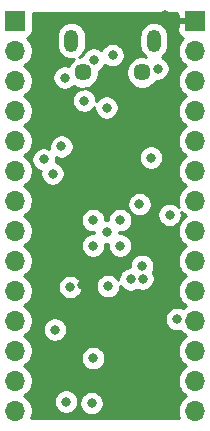
<source format=gbr>
%TF.GenerationSoftware,KiCad,Pcbnew,(5.1.8-0-10_14)*%
%TF.CreationDate,2021-01-29T20:55:06-06:00*%
%TF.ProjectId,serafino l432kc,73657261-6669-46e6-9f20-6c3433326b63,rev?*%
%TF.SameCoordinates,Original*%
%TF.FileFunction,Copper,L3,Inr*%
%TF.FilePolarity,Positive*%
%FSLAX46Y46*%
G04 Gerber Fmt 4.6, Leading zero omitted, Abs format (unit mm)*
G04 Created by KiCad (PCBNEW (5.1.8-0-10_14)) date 2021-01-29 20:55:06*
%MOMM*%
%LPD*%
G01*
G04 APERTURE LIST*
%TA.AperFunction,ComponentPad*%
%ADD10O,1.700000X1.700000*%
%TD*%
%TA.AperFunction,ComponentPad*%
%ADD11R,1.700000X1.700000*%
%TD*%
%TA.AperFunction,ComponentPad*%
%ADD12C,1.450000*%
%TD*%
%TA.AperFunction,ComponentPad*%
%ADD13O,1.200000X1.900000*%
%TD*%
%TA.AperFunction,ViaPad*%
%ADD14C,0.800000*%
%TD*%
%TA.AperFunction,Conductor*%
%ADD15C,0.254000*%
%TD*%
%TA.AperFunction,Conductor*%
%ADD16C,0.100000*%
%TD*%
G04 APERTURE END LIST*
D10*
%TO.N,PA0*%
%TO.C,J3*%
X203962000Y-125349000D03*
%TO.N,LED0*%
X203962000Y-122809000D03*
%TO.N,LED1*%
X203962000Y-120269000D03*
%TO.N,LED2*%
X203962000Y-117729000D03*
%TO.N,SAI1_FS_B*%
X203962000Y-115189000D03*
%TO.N,SPI1_SCK*%
X203962000Y-112649000D03*
%TO.N,SPI1_MISO*%
X203962000Y-110109000D03*
%TO.N,SPI1_MOSI*%
X203962000Y-107569000D03*
%TO.N,SPI1_SS*%
X203962000Y-105029000D03*
%TO.N,PB1*%
X203962000Y-102489000D03*
%TO.N,PA8*%
X203962000Y-99949000D03*
%TO.N,I2C1_SCL*%
X203962000Y-97409000D03*
%TO.N,I2C1_SDA*%
X203962000Y-94869000D03*
D11*
%TO.N,+3V3*%
X203962000Y-92329000D03*
%TD*%
%TO.N,GND*%
%TO.C,J2*%
X188722000Y-92329000D03*
D10*
%TO.N,EN*%
X188722000Y-94869000D03*
%TO.N,VHIGH*%
X188722000Y-97409000D03*
%TO.N,+VIN*%
X188722000Y-99949000D03*
%TO.N,SWDIO*%
X188722000Y-102489000D03*
%TO.N,SWCLK*%
X188722000Y-105029000D03*
%TO.N,PA15*%
X188722000Y-107569000D03*
%TO.N,SAI1_SCK_B*%
X188722000Y-110109000D03*
%TO.N,PB4*%
X188722000Y-112649000D03*
%TO.N,SAI1_SD_B*%
X188722000Y-115189000D03*
%TO.N,USART1_TX*%
X188722000Y-117729000D03*
%TO.N,USART1_RX*%
X188722000Y-120269000D03*
%TO.N,BOOT0*%
X188722000Y-122809000D03*
%TO.N,NRST*%
X188722000Y-125349000D03*
%TD*%
D12*
%TO.N,Net-(J1-Pad6)*%
%TO.C,J1*%
X199477000Y-96712500D03*
X194477000Y-96712500D03*
D13*
X200477000Y-94012500D03*
X193477000Y-94012500D03*
%TD*%
D14*
%TO.N,GND*%
X196469000Y-110236000D03*
X195326000Y-111379000D03*
X197612000Y-111379000D03*
X197612000Y-109220000D03*
X195326000Y-109220000D03*
X196476500Y-99695000D03*
X195389500Y-95631000D03*
X194578577Y-99104007D03*
X191135000Y-104076500D03*
X199245903Y-107860403D03*
X193392918Y-114877116D03*
X192087500Y-118491000D03*
X202438000Y-117602000D03*
X193040000Y-124587000D03*
%TO.N,NRST*%
X196574153Y-114804847D03*
X195199000Y-124714000D03*
%TO.N,+3V3*%
X197104000Y-103148998D03*
X196405500Y-101346000D03*
X200410814Y-106430814D03*
X194373500Y-114681000D03*
X201422000Y-91821000D03*
X202057000Y-116332000D03*
%TO.N,LED0*%
X199517000Y-114173000D03*
%TO.N,Net-(D2-Pad1)*%
X192913000Y-97155000D03*
X192651768Y-102973464D03*
%TO.N,Net-(J1-Pad6)*%
X200787000Y-96393000D03*
X196977000Y-95250000D03*
%TO.N,PA0*%
X198498124Y-114224510D03*
X195325999Y-120904000D03*
%TO.N,I2C1_SDA*%
X200227303Y-103927303D03*
%TO.N,LED1*%
X199458153Y-113088847D03*
%TO.N,EN*%
X191897000Y-105283000D03*
%TO.N,PB1*%
X201803000Y-108775500D03*
%TD*%
D15*
%TO.N,+3V3*%
X202477000Y-92043250D02*
X202635750Y-92202000D01*
X203835000Y-92202000D01*
X203835000Y-92182000D01*
X204089000Y-92182000D01*
X204089000Y-92202000D01*
X204109000Y-92202000D01*
X204109000Y-92456000D01*
X204089000Y-92456000D01*
X204089000Y-92476000D01*
X203835000Y-92476000D01*
X203835000Y-92456000D01*
X202635750Y-92456000D01*
X202477000Y-92614750D01*
X202473928Y-93179000D01*
X202486188Y-93303482D01*
X202522498Y-93423180D01*
X202581463Y-93533494D01*
X202660815Y-93630185D01*
X202757506Y-93709537D01*
X202867820Y-93768502D01*
X202940380Y-93790513D01*
X202808525Y-93922368D01*
X202646010Y-94165589D01*
X202534068Y-94435842D01*
X202477000Y-94722740D01*
X202477000Y-95015260D01*
X202534068Y-95302158D01*
X202646010Y-95572411D01*
X202808525Y-95815632D01*
X203015368Y-96022475D01*
X203189760Y-96139000D01*
X203015368Y-96255525D01*
X202808525Y-96462368D01*
X202646010Y-96705589D01*
X202534068Y-96975842D01*
X202477000Y-97262740D01*
X202477000Y-97555260D01*
X202534068Y-97842158D01*
X202646010Y-98112411D01*
X202808525Y-98355632D01*
X203015368Y-98562475D01*
X203189760Y-98679000D01*
X203015368Y-98795525D01*
X202808525Y-99002368D01*
X202646010Y-99245589D01*
X202534068Y-99515842D01*
X202477000Y-99802740D01*
X202477000Y-100095260D01*
X202534068Y-100382158D01*
X202646010Y-100652411D01*
X202808525Y-100895632D01*
X203015368Y-101102475D01*
X203189760Y-101219000D01*
X203015368Y-101335525D01*
X202808525Y-101542368D01*
X202646010Y-101785589D01*
X202534068Y-102055842D01*
X202477000Y-102342740D01*
X202477000Y-102635260D01*
X202534068Y-102922158D01*
X202646010Y-103192411D01*
X202808525Y-103435632D01*
X203015368Y-103642475D01*
X203189760Y-103759000D01*
X203015368Y-103875525D01*
X202808525Y-104082368D01*
X202646010Y-104325589D01*
X202534068Y-104595842D01*
X202477000Y-104882740D01*
X202477000Y-105175260D01*
X202534068Y-105462158D01*
X202646010Y-105732411D01*
X202808525Y-105975632D01*
X203015368Y-106182475D01*
X203189760Y-106299000D01*
X203015368Y-106415525D01*
X202808525Y-106622368D01*
X202646010Y-106865589D01*
X202534068Y-107135842D01*
X202477000Y-107422740D01*
X202477000Y-107715260D01*
X202534068Y-108002158D01*
X202562846Y-108071635D01*
X202462774Y-107971563D01*
X202293256Y-107858295D01*
X202104898Y-107780274D01*
X201904939Y-107740500D01*
X201701061Y-107740500D01*
X201501102Y-107780274D01*
X201312744Y-107858295D01*
X201143226Y-107971563D01*
X200999063Y-108115726D01*
X200885795Y-108285244D01*
X200807774Y-108473602D01*
X200768000Y-108673561D01*
X200768000Y-108877439D01*
X200807774Y-109077398D01*
X200885795Y-109265756D01*
X200999063Y-109435274D01*
X201143226Y-109579437D01*
X201312744Y-109692705D01*
X201501102Y-109770726D01*
X201701061Y-109810500D01*
X201904939Y-109810500D01*
X202104898Y-109770726D01*
X202293256Y-109692705D01*
X202462774Y-109579437D01*
X202606937Y-109435274D01*
X202720205Y-109265756D01*
X202798226Y-109077398D01*
X202838000Y-108877439D01*
X202838000Y-108673561D01*
X202805764Y-108511500D01*
X202808525Y-108515632D01*
X203015368Y-108722475D01*
X203189760Y-108839000D01*
X203015368Y-108955525D01*
X202808525Y-109162368D01*
X202646010Y-109405589D01*
X202534068Y-109675842D01*
X202477000Y-109962740D01*
X202477000Y-110255260D01*
X202534068Y-110542158D01*
X202646010Y-110812411D01*
X202808525Y-111055632D01*
X203015368Y-111262475D01*
X203189760Y-111379000D01*
X203015368Y-111495525D01*
X202808525Y-111702368D01*
X202646010Y-111945589D01*
X202534068Y-112215842D01*
X202477000Y-112502740D01*
X202477000Y-112795260D01*
X202534068Y-113082158D01*
X202646010Y-113352411D01*
X202808525Y-113595632D01*
X203015368Y-113802475D01*
X203189760Y-113919000D01*
X203015368Y-114035525D01*
X202808525Y-114242368D01*
X202646010Y-114485589D01*
X202534068Y-114755842D01*
X202477000Y-115042740D01*
X202477000Y-115335260D01*
X202534068Y-115622158D01*
X202646010Y-115892411D01*
X202808525Y-116135632D01*
X203015368Y-116342475D01*
X203189760Y-116459000D01*
X203015368Y-116575525D01*
X202912588Y-116678305D01*
X202739898Y-116606774D01*
X202539939Y-116567000D01*
X202336061Y-116567000D01*
X202136102Y-116606774D01*
X201947744Y-116684795D01*
X201778226Y-116798063D01*
X201634063Y-116942226D01*
X201520795Y-117111744D01*
X201442774Y-117300102D01*
X201403000Y-117500061D01*
X201403000Y-117703939D01*
X201442774Y-117903898D01*
X201520795Y-118092256D01*
X201634063Y-118261774D01*
X201778226Y-118405937D01*
X201947744Y-118519205D01*
X202136102Y-118597226D01*
X202336061Y-118637000D01*
X202539939Y-118637000D01*
X202739898Y-118597226D01*
X202752616Y-118591958D01*
X202808525Y-118675632D01*
X203015368Y-118882475D01*
X203189760Y-118999000D01*
X203015368Y-119115525D01*
X202808525Y-119322368D01*
X202646010Y-119565589D01*
X202534068Y-119835842D01*
X202477000Y-120122740D01*
X202477000Y-120415260D01*
X202534068Y-120702158D01*
X202646010Y-120972411D01*
X202808525Y-121215632D01*
X203015368Y-121422475D01*
X203189760Y-121539000D01*
X203015368Y-121655525D01*
X202808525Y-121862368D01*
X202646010Y-122105589D01*
X202534068Y-122375842D01*
X202477000Y-122662740D01*
X202477000Y-122955260D01*
X202534068Y-123242158D01*
X202646010Y-123512411D01*
X202808525Y-123755632D01*
X203015368Y-123962475D01*
X203189760Y-124079000D01*
X203015368Y-124195525D01*
X202808525Y-124402368D01*
X202646010Y-124645589D01*
X202534068Y-124915842D01*
X202477000Y-125202740D01*
X202477000Y-125495260D01*
X202534068Y-125782158D01*
X202607318Y-125959000D01*
X190076682Y-125959000D01*
X190149932Y-125782158D01*
X190207000Y-125495260D01*
X190207000Y-125202740D01*
X190149932Y-124915842D01*
X190037990Y-124645589D01*
X189930729Y-124485061D01*
X192005000Y-124485061D01*
X192005000Y-124688939D01*
X192044774Y-124888898D01*
X192122795Y-125077256D01*
X192236063Y-125246774D01*
X192380226Y-125390937D01*
X192549744Y-125504205D01*
X192738102Y-125582226D01*
X192938061Y-125622000D01*
X193141939Y-125622000D01*
X193341898Y-125582226D01*
X193530256Y-125504205D01*
X193699774Y-125390937D01*
X193843937Y-125246774D01*
X193957205Y-125077256D01*
X194035226Y-124888898D01*
X194075000Y-124688939D01*
X194075000Y-124612061D01*
X194164000Y-124612061D01*
X194164000Y-124815939D01*
X194203774Y-125015898D01*
X194281795Y-125204256D01*
X194395063Y-125373774D01*
X194539226Y-125517937D01*
X194708744Y-125631205D01*
X194897102Y-125709226D01*
X195097061Y-125749000D01*
X195300939Y-125749000D01*
X195500898Y-125709226D01*
X195689256Y-125631205D01*
X195858774Y-125517937D01*
X196002937Y-125373774D01*
X196116205Y-125204256D01*
X196194226Y-125015898D01*
X196234000Y-124815939D01*
X196234000Y-124612061D01*
X196194226Y-124412102D01*
X196116205Y-124223744D01*
X196002937Y-124054226D01*
X195858774Y-123910063D01*
X195689256Y-123796795D01*
X195500898Y-123718774D01*
X195300939Y-123679000D01*
X195097061Y-123679000D01*
X194897102Y-123718774D01*
X194708744Y-123796795D01*
X194539226Y-123910063D01*
X194395063Y-124054226D01*
X194281795Y-124223744D01*
X194203774Y-124412102D01*
X194164000Y-124612061D01*
X194075000Y-124612061D01*
X194075000Y-124485061D01*
X194035226Y-124285102D01*
X193957205Y-124096744D01*
X193843937Y-123927226D01*
X193699774Y-123783063D01*
X193530256Y-123669795D01*
X193341898Y-123591774D01*
X193141939Y-123552000D01*
X192938061Y-123552000D01*
X192738102Y-123591774D01*
X192549744Y-123669795D01*
X192380226Y-123783063D01*
X192236063Y-123927226D01*
X192122795Y-124096744D01*
X192044774Y-124285102D01*
X192005000Y-124485061D01*
X189930729Y-124485061D01*
X189875475Y-124402368D01*
X189668632Y-124195525D01*
X189494240Y-124079000D01*
X189668632Y-123962475D01*
X189875475Y-123755632D01*
X190037990Y-123512411D01*
X190149932Y-123242158D01*
X190207000Y-122955260D01*
X190207000Y-122662740D01*
X190149932Y-122375842D01*
X190037990Y-122105589D01*
X189875475Y-121862368D01*
X189668632Y-121655525D01*
X189494240Y-121539000D01*
X189668632Y-121422475D01*
X189875475Y-121215632D01*
X190037990Y-120972411D01*
X190108550Y-120802061D01*
X194290999Y-120802061D01*
X194290999Y-121005939D01*
X194330773Y-121205898D01*
X194408794Y-121394256D01*
X194522062Y-121563774D01*
X194666225Y-121707937D01*
X194835743Y-121821205D01*
X195024101Y-121899226D01*
X195224060Y-121939000D01*
X195427938Y-121939000D01*
X195627897Y-121899226D01*
X195816255Y-121821205D01*
X195985773Y-121707937D01*
X196129936Y-121563774D01*
X196243204Y-121394256D01*
X196321225Y-121205898D01*
X196360999Y-121005939D01*
X196360999Y-120802061D01*
X196321225Y-120602102D01*
X196243204Y-120413744D01*
X196129936Y-120244226D01*
X195985773Y-120100063D01*
X195816255Y-119986795D01*
X195627897Y-119908774D01*
X195427938Y-119869000D01*
X195224060Y-119869000D01*
X195024101Y-119908774D01*
X194835743Y-119986795D01*
X194666225Y-120100063D01*
X194522062Y-120244226D01*
X194408794Y-120413744D01*
X194330773Y-120602102D01*
X194290999Y-120802061D01*
X190108550Y-120802061D01*
X190149932Y-120702158D01*
X190207000Y-120415260D01*
X190207000Y-120122740D01*
X190149932Y-119835842D01*
X190037990Y-119565589D01*
X189875475Y-119322368D01*
X189668632Y-119115525D01*
X189494240Y-118999000D01*
X189668632Y-118882475D01*
X189875475Y-118675632D01*
X190037990Y-118432411D01*
X190055946Y-118389061D01*
X191052500Y-118389061D01*
X191052500Y-118592939D01*
X191092274Y-118792898D01*
X191170295Y-118981256D01*
X191283563Y-119150774D01*
X191427726Y-119294937D01*
X191597244Y-119408205D01*
X191785602Y-119486226D01*
X191985561Y-119526000D01*
X192189439Y-119526000D01*
X192389398Y-119486226D01*
X192577756Y-119408205D01*
X192747274Y-119294937D01*
X192891437Y-119150774D01*
X193004705Y-118981256D01*
X193082726Y-118792898D01*
X193122500Y-118592939D01*
X193122500Y-118389061D01*
X193082726Y-118189102D01*
X193004705Y-118000744D01*
X192891437Y-117831226D01*
X192747274Y-117687063D01*
X192577756Y-117573795D01*
X192389398Y-117495774D01*
X192189439Y-117456000D01*
X191985561Y-117456000D01*
X191785602Y-117495774D01*
X191597244Y-117573795D01*
X191427726Y-117687063D01*
X191283563Y-117831226D01*
X191170295Y-118000744D01*
X191092274Y-118189102D01*
X191052500Y-118389061D01*
X190055946Y-118389061D01*
X190149932Y-118162158D01*
X190207000Y-117875260D01*
X190207000Y-117582740D01*
X190149932Y-117295842D01*
X190037990Y-117025589D01*
X189875475Y-116782368D01*
X189668632Y-116575525D01*
X189494240Y-116459000D01*
X189668632Y-116342475D01*
X189875475Y-116135632D01*
X190037990Y-115892411D01*
X190149932Y-115622158D01*
X190207000Y-115335260D01*
X190207000Y-115042740D01*
X190153779Y-114775177D01*
X192357918Y-114775177D01*
X192357918Y-114979055D01*
X192397692Y-115179014D01*
X192475713Y-115367372D01*
X192588981Y-115536890D01*
X192733144Y-115681053D01*
X192902662Y-115794321D01*
X193091020Y-115872342D01*
X193290979Y-115912116D01*
X193494857Y-115912116D01*
X193694816Y-115872342D01*
X193883174Y-115794321D01*
X194052692Y-115681053D01*
X194196855Y-115536890D01*
X194310123Y-115367372D01*
X194388144Y-115179014D01*
X194427918Y-114979055D01*
X194427918Y-114775177D01*
X194413543Y-114702908D01*
X195539153Y-114702908D01*
X195539153Y-114906786D01*
X195578927Y-115106745D01*
X195656948Y-115295103D01*
X195770216Y-115464621D01*
X195914379Y-115608784D01*
X196083897Y-115722052D01*
X196272255Y-115800073D01*
X196472214Y-115839847D01*
X196676092Y-115839847D01*
X196876051Y-115800073D01*
X197064409Y-115722052D01*
X197233927Y-115608784D01*
X197378090Y-115464621D01*
X197491358Y-115295103D01*
X197569379Y-115106745D01*
X197609153Y-114906786D01*
X197609153Y-114757021D01*
X197694187Y-114884284D01*
X197838350Y-115028447D01*
X198007868Y-115141715D01*
X198196226Y-115219736D01*
X198396185Y-115259510D01*
X198600063Y-115259510D01*
X198800022Y-115219736D01*
X198988380Y-115141715D01*
X199050650Y-115100107D01*
X199215102Y-115168226D01*
X199415061Y-115208000D01*
X199618939Y-115208000D01*
X199818898Y-115168226D01*
X200007256Y-115090205D01*
X200176774Y-114976937D01*
X200320937Y-114832774D01*
X200434205Y-114663256D01*
X200512226Y-114474898D01*
X200552000Y-114274939D01*
X200552000Y-114071061D01*
X200512226Y-113871102D01*
X200434205Y-113682744D01*
X200370156Y-113586888D01*
X200375358Y-113579103D01*
X200453379Y-113390745D01*
X200493153Y-113190786D01*
X200493153Y-112986908D01*
X200453379Y-112786949D01*
X200375358Y-112598591D01*
X200262090Y-112429073D01*
X200117927Y-112284910D01*
X199948409Y-112171642D01*
X199760051Y-112093621D01*
X199560092Y-112053847D01*
X199356214Y-112053847D01*
X199156255Y-112093621D01*
X198967897Y-112171642D01*
X198798379Y-112284910D01*
X198654216Y-112429073D01*
X198540948Y-112598591D01*
X198462927Y-112786949D01*
X198423153Y-112986908D01*
X198423153Y-113189510D01*
X198396185Y-113189510D01*
X198196226Y-113229284D01*
X198007868Y-113307305D01*
X197838350Y-113420573D01*
X197694187Y-113564736D01*
X197580919Y-113734254D01*
X197502898Y-113922612D01*
X197463124Y-114122571D01*
X197463124Y-114272336D01*
X197378090Y-114145073D01*
X197233927Y-114000910D01*
X197064409Y-113887642D01*
X196876051Y-113809621D01*
X196676092Y-113769847D01*
X196472214Y-113769847D01*
X196272255Y-113809621D01*
X196083897Y-113887642D01*
X195914379Y-114000910D01*
X195770216Y-114145073D01*
X195656948Y-114314591D01*
X195578927Y-114502949D01*
X195539153Y-114702908D01*
X194413543Y-114702908D01*
X194388144Y-114575218D01*
X194310123Y-114386860D01*
X194196855Y-114217342D01*
X194052692Y-114073179D01*
X193883174Y-113959911D01*
X193694816Y-113881890D01*
X193494857Y-113842116D01*
X193290979Y-113842116D01*
X193091020Y-113881890D01*
X192902662Y-113959911D01*
X192733144Y-114073179D01*
X192588981Y-114217342D01*
X192475713Y-114386860D01*
X192397692Y-114575218D01*
X192357918Y-114775177D01*
X190153779Y-114775177D01*
X190149932Y-114755842D01*
X190037990Y-114485589D01*
X189875475Y-114242368D01*
X189668632Y-114035525D01*
X189494240Y-113919000D01*
X189668632Y-113802475D01*
X189875475Y-113595632D01*
X190037990Y-113352411D01*
X190149932Y-113082158D01*
X190207000Y-112795260D01*
X190207000Y-112502740D01*
X190149932Y-112215842D01*
X190037990Y-111945589D01*
X189875475Y-111702368D01*
X189668632Y-111495525D01*
X189494240Y-111379000D01*
X189668632Y-111262475D01*
X189875475Y-111055632D01*
X190037990Y-110812411D01*
X190149932Y-110542158D01*
X190207000Y-110255260D01*
X190207000Y-109962740D01*
X190149932Y-109675842D01*
X190037990Y-109405589D01*
X189875475Y-109162368D01*
X189831168Y-109118061D01*
X194291000Y-109118061D01*
X194291000Y-109321939D01*
X194330774Y-109521898D01*
X194408795Y-109710256D01*
X194522063Y-109879774D01*
X194666226Y-110023937D01*
X194835744Y-110137205D01*
X195024102Y-110215226D01*
X195224061Y-110255000D01*
X195427939Y-110255000D01*
X195434000Y-110253794D01*
X195434000Y-110337939D01*
X195435505Y-110345505D01*
X195427939Y-110344000D01*
X195224061Y-110344000D01*
X195024102Y-110383774D01*
X194835744Y-110461795D01*
X194666226Y-110575063D01*
X194522063Y-110719226D01*
X194408795Y-110888744D01*
X194330774Y-111077102D01*
X194291000Y-111277061D01*
X194291000Y-111480939D01*
X194330774Y-111680898D01*
X194408795Y-111869256D01*
X194522063Y-112038774D01*
X194666226Y-112182937D01*
X194835744Y-112296205D01*
X195024102Y-112374226D01*
X195224061Y-112414000D01*
X195427939Y-112414000D01*
X195627898Y-112374226D01*
X195816256Y-112296205D01*
X195985774Y-112182937D01*
X196129937Y-112038774D01*
X196243205Y-111869256D01*
X196321226Y-111680898D01*
X196361000Y-111480939D01*
X196361000Y-111277061D01*
X196359495Y-111269495D01*
X196367061Y-111271000D01*
X196570939Y-111271000D01*
X196578505Y-111269495D01*
X196577000Y-111277061D01*
X196577000Y-111480939D01*
X196616774Y-111680898D01*
X196694795Y-111869256D01*
X196808063Y-112038774D01*
X196952226Y-112182937D01*
X197121744Y-112296205D01*
X197310102Y-112374226D01*
X197510061Y-112414000D01*
X197713939Y-112414000D01*
X197913898Y-112374226D01*
X198102256Y-112296205D01*
X198271774Y-112182937D01*
X198415937Y-112038774D01*
X198529205Y-111869256D01*
X198607226Y-111680898D01*
X198647000Y-111480939D01*
X198647000Y-111277061D01*
X198607226Y-111077102D01*
X198529205Y-110888744D01*
X198415937Y-110719226D01*
X198271774Y-110575063D01*
X198102256Y-110461795D01*
X197913898Y-110383774D01*
X197713939Y-110344000D01*
X197510061Y-110344000D01*
X197502495Y-110345505D01*
X197504000Y-110337939D01*
X197504000Y-110253794D01*
X197510061Y-110255000D01*
X197713939Y-110255000D01*
X197913898Y-110215226D01*
X198102256Y-110137205D01*
X198271774Y-110023937D01*
X198415937Y-109879774D01*
X198529205Y-109710256D01*
X198607226Y-109521898D01*
X198647000Y-109321939D01*
X198647000Y-109118061D01*
X198607226Y-108918102D01*
X198529205Y-108729744D01*
X198415937Y-108560226D01*
X198271774Y-108416063D01*
X198102256Y-108302795D01*
X197913898Y-108224774D01*
X197713939Y-108185000D01*
X197510061Y-108185000D01*
X197310102Y-108224774D01*
X197121744Y-108302795D01*
X196952226Y-108416063D01*
X196808063Y-108560226D01*
X196694795Y-108729744D01*
X196616774Y-108918102D01*
X196577000Y-109118061D01*
X196577000Y-109202206D01*
X196570939Y-109201000D01*
X196367061Y-109201000D01*
X196361000Y-109202206D01*
X196361000Y-109118061D01*
X196321226Y-108918102D01*
X196243205Y-108729744D01*
X196129937Y-108560226D01*
X195985774Y-108416063D01*
X195816256Y-108302795D01*
X195627898Y-108224774D01*
X195427939Y-108185000D01*
X195224061Y-108185000D01*
X195024102Y-108224774D01*
X194835744Y-108302795D01*
X194666226Y-108416063D01*
X194522063Y-108560226D01*
X194408795Y-108729744D01*
X194330774Y-108918102D01*
X194291000Y-109118061D01*
X189831168Y-109118061D01*
X189668632Y-108955525D01*
X189494240Y-108839000D01*
X189668632Y-108722475D01*
X189875475Y-108515632D01*
X190037990Y-108272411D01*
X190149932Y-108002158D01*
X190198406Y-107758464D01*
X198210903Y-107758464D01*
X198210903Y-107962342D01*
X198250677Y-108162301D01*
X198328698Y-108350659D01*
X198441966Y-108520177D01*
X198586129Y-108664340D01*
X198755647Y-108777608D01*
X198944005Y-108855629D01*
X199143964Y-108895403D01*
X199347842Y-108895403D01*
X199547801Y-108855629D01*
X199736159Y-108777608D01*
X199905677Y-108664340D01*
X200049840Y-108520177D01*
X200163108Y-108350659D01*
X200241129Y-108162301D01*
X200280903Y-107962342D01*
X200280903Y-107758464D01*
X200241129Y-107558505D01*
X200163108Y-107370147D01*
X200049840Y-107200629D01*
X199905677Y-107056466D01*
X199736159Y-106943198D01*
X199547801Y-106865177D01*
X199347842Y-106825403D01*
X199143964Y-106825403D01*
X198944005Y-106865177D01*
X198755647Y-106943198D01*
X198586129Y-107056466D01*
X198441966Y-107200629D01*
X198328698Y-107370147D01*
X198250677Y-107558505D01*
X198210903Y-107758464D01*
X190198406Y-107758464D01*
X190207000Y-107715260D01*
X190207000Y-107422740D01*
X190149932Y-107135842D01*
X190037990Y-106865589D01*
X189875475Y-106622368D01*
X189668632Y-106415525D01*
X189494240Y-106299000D01*
X189668632Y-106182475D01*
X189875475Y-105975632D01*
X190037990Y-105732411D01*
X190149932Y-105462158D01*
X190207000Y-105175260D01*
X190207000Y-104882740D01*
X190149932Y-104595842D01*
X190037990Y-104325589D01*
X189875475Y-104082368D01*
X189767668Y-103974561D01*
X190100000Y-103974561D01*
X190100000Y-104178439D01*
X190139774Y-104378398D01*
X190217795Y-104566756D01*
X190331063Y-104736274D01*
X190475226Y-104880437D01*
X190644744Y-104993705D01*
X190833102Y-105071726D01*
X190881820Y-105081417D01*
X190862000Y-105181061D01*
X190862000Y-105384939D01*
X190901774Y-105584898D01*
X190979795Y-105773256D01*
X191093063Y-105942774D01*
X191237226Y-106086937D01*
X191406744Y-106200205D01*
X191595102Y-106278226D01*
X191795061Y-106318000D01*
X191998939Y-106318000D01*
X192198898Y-106278226D01*
X192387256Y-106200205D01*
X192556774Y-106086937D01*
X192700937Y-105942774D01*
X192814205Y-105773256D01*
X192892226Y-105584898D01*
X192932000Y-105384939D01*
X192932000Y-105181061D01*
X192892226Y-104981102D01*
X192814205Y-104792744D01*
X192700937Y-104623226D01*
X192556774Y-104479063D01*
X192387256Y-104365795D01*
X192198898Y-104287774D01*
X192150180Y-104278083D01*
X192170000Y-104178439D01*
X192170000Y-103974561D01*
X192152056Y-103884351D01*
X192161512Y-103890669D01*
X192349870Y-103968690D01*
X192549829Y-104008464D01*
X192753707Y-104008464D01*
X192953666Y-103968690D01*
X193142024Y-103890669D01*
X193239760Y-103825364D01*
X199192303Y-103825364D01*
X199192303Y-104029242D01*
X199232077Y-104229201D01*
X199310098Y-104417559D01*
X199423366Y-104587077D01*
X199567529Y-104731240D01*
X199737047Y-104844508D01*
X199925405Y-104922529D01*
X200125364Y-104962303D01*
X200329242Y-104962303D01*
X200529201Y-104922529D01*
X200717559Y-104844508D01*
X200887077Y-104731240D01*
X201031240Y-104587077D01*
X201144508Y-104417559D01*
X201222529Y-104229201D01*
X201262303Y-104029242D01*
X201262303Y-103825364D01*
X201222529Y-103625405D01*
X201144508Y-103437047D01*
X201031240Y-103267529D01*
X200887077Y-103123366D01*
X200717559Y-103010098D01*
X200529201Y-102932077D01*
X200329242Y-102892303D01*
X200125364Y-102892303D01*
X199925405Y-102932077D01*
X199737047Y-103010098D01*
X199567529Y-103123366D01*
X199423366Y-103267529D01*
X199310098Y-103437047D01*
X199232077Y-103625405D01*
X199192303Y-103825364D01*
X193239760Y-103825364D01*
X193311542Y-103777401D01*
X193455705Y-103633238D01*
X193568973Y-103463720D01*
X193646994Y-103275362D01*
X193686768Y-103075403D01*
X193686768Y-102871525D01*
X193646994Y-102671566D01*
X193568973Y-102483208D01*
X193455705Y-102313690D01*
X193311542Y-102169527D01*
X193142024Y-102056259D01*
X192953666Y-101978238D01*
X192753707Y-101938464D01*
X192549829Y-101938464D01*
X192349870Y-101978238D01*
X192161512Y-102056259D01*
X191991994Y-102169527D01*
X191847831Y-102313690D01*
X191734563Y-102483208D01*
X191656542Y-102671566D01*
X191616768Y-102871525D01*
X191616768Y-103075403D01*
X191634712Y-103165613D01*
X191625256Y-103159295D01*
X191436898Y-103081274D01*
X191236939Y-103041500D01*
X191033061Y-103041500D01*
X190833102Y-103081274D01*
X190644744Y-103159295D01*
X190475226Y-103272563D01*
X190331063Y-103416726D01*
X190217795Y-103586244D01*
X190139774Y-103774602D01*
X190100000Y-103974561D01*
X189767668Y-103974561D01*
X189668632Y-103875525D01*
X189494240Y-103759000D01*
X189668632Y-103642475D01*
X189875475Y-103435632D01*
X190037990Y-103192411D01*
X190149932Y-102922158D01*
X190207000Y-102635260D01*
X190207000Y-102342740D01*
X190149932Y-102055842D01*
X190037990Y-101785589D01*
X189875475Y-101542368D01*
X189668632Y-101335525D01*
X189494240Y-101219000D01*
X189668632Y-101102475D01*
X189875475Y-100895632D01*
X190037990Y-100652411D01*
X190149932Y-100382158D01*
X190207000Y-100095260D01*
X190207000Y-99802740D01*
X190149932Y-99515842D01*
X190037990Y-99245589D01*
X189875475Y-99002368D01*
X189668632Y-98795525D01*
X189494240Y-98679000D01*
X189668632Y-98562475D01*
X189875475Y-98355632D01*
X190037990Y-98112411D01*
X190149932Y-97842158D01*
X190207000Y-97555260D01*
X190207000Y-97262740D01*
X190165292Y-97053061D01*
X191878000Y-97053061D01*
X191878000Y-97256939D01*
X191917774Y-97456898D01*
X191995795Y-97645256D01*
X192109063Y-97814774D01*
X192253226Y-97958937D01*
X192422744Y-98072205D01*
X192611102Y-98150226D01*
X192811061Y-98190000D01*
X193014939Y-98190000D01*
X193214898Y-98150226D01*
X193403256Y-98072205D01*
X193572774Y-97958937D01*
X193701635Y-97830076D01*
X193832799Y-97917716D01*
X194080303Y-98020236D01*
X194343052Y-98072500D01*
X194459077Y-98072500D01*
X194276679Y-98108781D01*
X194088321Y-98186802D01*
X193918803Y-98300070D01*
X193774640Y-98444233D01*
X193661372Y-98613751D01*
X193583351Y-98802109D01*
X193543577Y-99002068D01*
X193543577Y-99205946D01*
X193583351Y-99405905D01*
X193661372Y-99594263D01*
X193774640Y-99763781D01*
X193918803Y-99907944D01*
X194088321Y-100021212D01*
X194276679Y-100099233D01*
X194476638Y-100139007D01*
X194680516Y-100139007D01*
X194880475Y-100099233D01*
X195068833Y-100021212D01*
X195238351Y-99907944D01*
X195382514Y-99763781D01*
X195441500Y-99675502D01*
X195441500Y-99796939D01*
X195481274Y-99996898D01*
X195559295Y-100185256D01*
X195672563Y-100354774D01*
X195816726Y-100498937D01*
X195986244Y-100612205D01*
X196174602Y-100690226D01*
X196374561Y-100730000D01*
X196578439Y-100730000D01*
X196778398Y-100690226D01*
X196966756Y-100612205D01*
X197136274Y-100498937D01*
X197280437Y-100354774D01*
X197393705Y-100185256D01*
X197471726Y-99996898D01*
X197511500Y-99796939D01*
X197511500Y-99593061D01*
X197471726Y-99393102D01*
X197393705Y-99204744D01*
X197280437Y-99035226D01*
X197136274Y-98891063D01*
X196966756Y-98777795D01*
X196778398Y-98699774D01*
X196578439Y-98660000D01*
X196374561Y-98660000D01*
X196174602Y-98699774D01*
X195986244Y-98777795D01*
X195816726Y-98891063D01*
X195672563Y-99035226D01*
X195613577Y-99123505D01*
X195613577Y-99002068D01*
X195573803Y-98802109D01*
X195495782Y-98613751D01*
X195382514Y-98444233D01*
X195238351Y-98300070D01*
X195068833Y-98186802D01*
X194880475Y-98108781D01*
X194680516Y-98069007D01*
X194628509Y-98069007D01*
X194873697Y-98020236D01*
X195121201Y-97917716D01*
X195343949Y-97768881D01*
X195533381Y-97579449D01*
X195682216Y-97356701D01*
X195784736Y-97109197D01*
X195837000Y-96846448D01*
X195837000Y-96578552D01*
X198117000Y-96578552D01*
X198117000Y-96846448D01*
X198169264Y-97109197D01*
X198271784Y-97356701D01*
X198420619Y-97579449D01*
X198610051Y-97768881D01*
X198832799Y-97917716D01*
X199080303Y-98020236D01*
X199343052Y-98072500D01*
X199610948Y-98072500D01*
X199873697Y-98020236D01*
X200121201Y-97917716D01*
X200343949Y-97768881D01*
X200533381Y-97579449D01*
X200640498Y-97419136D01*
X200685061Y-97428000D01*
X200888939Y-97428000D01*
X201088898Y-97388226D01*
X201277256Y-97310205D01*
X201446774Y-97196937D01*
X201590937Y-97052774D01*
X201704205Y-96883256D01*
X201782226Y-96694898D01*
X201822000Y-96494939D01*
X201822000Y-96291061D01*
X201782226Y-96091102D01*
X201704205Y-95902744D01*
X201590937Y-95733226D01*
X201446774Y-95589063D01*
X201277256Y-95475795D01*
X201128963Y-95414370D01*
X201166449Y-95394333D01*
X201354502Y-95240002D01*
X201508833Y-95051949D01*
X201623511Y-94837401D01*
X201694130Y-94604601D01*
X201712000Y-94423164D01*
X201712000Y-93601835D01*
X201694130Y-93420398D01*
X201623511Y-93187599D01*
X201508833Y-92973051D01*
X201354502Y-92784998D01*
X201166448Y-92630667D01*
X200951900Y-92515989D01*
X200719101Y-92445370D01*
X200477000Y-92421525D01*
X200234898Y-92445370D01*
X200002099Y-92515989D01*
X199787551Y-92630667D01*
X199599498Y-92784998D01*
X199445167Y-92973052D01*
X199330489Y-93187600D01*
X199259870Y-93420399D01*
X199242000Y-93601836D01*
X199242000Y-94423165D01*
X199259870Y-94604602D01*
X199330489Y-94837401D01*
X199445168Y-95051949D01*
X199599499Y-95240002D01*
X199776769Y-95385484D01*
X199610948Y-95352500D01*
X199343052Y-95352500D01*
X199080303Y-95404764D01*
X198832799Y-95507284D01*
X198610051Y-95656119D01*
X198420619Y-95845551D01*
X198271784Y-96068299D01*
X198169264Y-96315803D01*
X198117000Y-96578552D01*
X195837000Y-96578552D01*
X195834678Y-96566877D01*
X195879756Y-96548205D01*
X196049274Y-96434937D01*
X196193437Y-96290774D01*
X196306705Y-96121256D01*
X196330826Y-96063024D01*
X196486744Y-96167205D01*
X196675102Y-96245226D01*
X196875061Y-96285000D01*
X197078939Y-96285000D01*
X197278898Y-96245226D01*
X197467256Y-96167205D01*
X197636774Y-96053937D01*
X197780937Y-95909774D01*
X197894205Y-95740256D01*
X197972226Y-95551898D01*
X198012000Y-95351939D01*
X198012000Y-95148061D01*
X197972226Y-94948102D01*
X197894205Y-94759744D01*
X197780937Y-94590226D01*
X197636774Y-94446063D01*
X197467256Y-94332795D01*
X197278898Y-94254774D01*
X197078939Y-94215000D01*
X196875061Y-94215000D01*
X196675102Y-94254774D01*
X196486744Y-94332795D01*
X196317226Y-94446063D01*
X196173063Y-94590226D01*
X196059795Y-94759744D01*
X196035674Y-94817976D01*
X195879756Y-94713795D01*
X195691398Y-94635774D01*
X195491439Y-94596000D01*
X195287561Y-94596000D01*
X195087602Y-94635774D01*
X194899244Y-94713795D01*
X194729726Y-94827063D01*
X194585563Y-94971226D01*
X194472295Y-95140744D01*
X194394274Y-95329102D01*
X194389620Y-95352500D01*
X194343052Y-95352500D01*
X194177231Y-95385484D01*
X194354502Y-95240002D01*
X194508833Y-95051949D01*
X194623511Y-94837401D01*
X194694130Y-94604602D01*
X194712000Y-94423165D01*
X194712000Y-93601836D01*
X194694130Y-93420399D01*
X194623511Y-93187599D01*
X194508833Y-92973051D01*
X194354502Y-92784998D01*
X194166449Y-92630667D01*
X193951901Y-92515989D01*
X193719102Y-92445370D01*
X193477000Y-92421525D01*
X193234899Y-92445370D01*
X193002100Y-92515989D01*
X192787552Y-92630667D01*
X192599499Y-92784998D01*
X192445168Y-92973051D01*
X192330489Y-93187599D01*
X192259870Y-93420398D01*
X192242000Y-93601835D01*
X192242000Y-94423164D01*
X192259870Y-94604601D01*
X192330489Y-94837400D01*
X192445167Y-95051948D01*
X192599498Y-95240002D01*
X192787551Y-95394333D01*
X193002099Y-95509011D01*
X193234898Y-95579630D01*
X193477000Y-95603475D01*
X193719101Y-95579630D01*
X193729035Y-95576616D01*
X193610051Y-95656119D01*
X193420619Y-95845551D01*
X193271784Y-96068299D01*
X193231112Y-96166490D01*
X193214898Y-96159774D01*
X193014939Y-96120000D01*
X192811061Y-96120000D01*
X192611102Y-96159774D01*
X192422744Y-96237795D01*
X192253226Y-96351063D01*
X192109063Y-96495226D01*
X191995795Y-96664744D01*
X191917774Y-96853102D01*
X191878000Y-97053061D01*
X190165292Y-97053061D01*
X190149932Y-96975842D01*
X190037990Y-96705589D01*
X189875475Y-96462368D01*
X189668632Y-96255525D01*
X189494240Y-96139000D01*
X189668632Y-96022475D01*
X189875475Y-95815632D01*
X190037990Y-95572411D01*
X190149932Y-95302158D01*
X190207000Y-95015260D01*
X190207000Y-94722740D01*
X190149932Y-94435842D01*
X190037990Y-94165589D01*
X189875475Y-93922368D01*
X189743620Y-93790513D01*
X189816180Y-93768502D01*
X189926494Y-93709537D01*
X190023185Y-93630185D01*
X190102537Y-93533494D01*
X190161502Y-93423180D01*
X190197812Y-93303482D01*
X190210072Y-93179000D01*
X190210072Y-91719000D01*
X202475235Y-91719000D01*
X202477000Y-92043250D01*
%TA.AperFunction,Conductor*%
D16*
G36*
X202477000Y-92043250D02*
G01*
X202635750Y-92202000D01*
X203835000Y-92202000D01*
X203835000Y-92182000D01*
X204089000Y-92182000D01*
X204089000Y-92202000D01*
X204109000Y-92202000D01*
X204109000Y-92456000D01*
X204089000Y-92456000D01*
X204089000Y-92476000D01*
X203835000Y-92476000D01*
X203835000Y-92456000D01*
X202635750Y-92456000D01*
X202477000Y-92614750D01*
X202473928Y-93179000D01*
X202486188Y-93303482D01*
X202522498Y-93423180D01*
X202581463Y-93533494D01*
X202660815Y-93630185D01*
X202757506Y-93709537D01*
X202867820Y-93768502D01*
X202940380Y-93790513D01*
X202808525Y-93922368D01*
X202646010Y-94165589D01*
X202534068Y-94435842D01*
X202477000Y-94722740D01*
X202477000Y-95015260D01*
X202534068Y-95302158D01*
X202646010Y-95572411D01*
X202808525Y-95815632D01*
X203015368Y-96022475D01*
X203189760Y-96139000D01*
X203015368Y-96255525D01*
X202808525Y-96462368D01*
X202646010Y-96705589D01*
X202534068Y-96975842D01*
X202477000Y-97262740D01*
X202477000Y-97555260D01*
X202534068Y-97842158D01*
X202646010Y-98112411D01*
X202808525Y-98355632D01*
X203015368Y-98562475D01*
X203189760Y-98679000D01*
X203015368Y-98795525D01*
X202808525Y-99002368D01*
X202646010Y-99245589D01*
X202534068Y-99515842D01*
X202477000Y-99802740D01*
X202477000Y-100095260D01*
X202534068Y-100382158D01*
X202646010Y-100652411D01*
X202808525Y-100895632D01*
X203015368Y-101102475D01*
X203189760Y-101219000D01*
X203015368Y-101335525D01*
X202808525Y-101542368D01*
X202646010Y-101785589D01*
X202534068Y-102055842D01*
X202477000Y-102342740D01*
X202477000Y-102635260D01*
X202534068Y-102922158D01*
X202646010Y-103192411D01*
X202808525Y-103435632D01*
X203015368Y-103642475D01*
X203189760Y-103759000D01*
X203015368Y-103875525D01*
X202808525Y-104082368D01*
X202646010Y-104325589D01*
X202534068Y-104595842D01*
X202477000Y-104882740D01*
X202477000Y-105175260D01*
X202534068Y-105462158D01*
X202646010Y-105732411D01*
X202808525Y-105975632D01*
X203015368Y-106182475D01*
X203189760Y-106299000D01*
X203015368Y-106415525D01*
X202808525Y-106622368D01*
X202646010Y-106865589D01*
X202534068Y-107135842D01*
X202477000Y-107422740D01*
X202477000Y-107715260D01*
X202534068Y-108002158D01*
X202562846Y-108071635D01*
X202462774Y-107971563D01*
X202293256Y-107858295D01*
X202104898Y-107780274D01*
X201904939Y-107740500D01*
X201701061Y-107740500D01*
X201501102Y-107780274D01*
X201312744Y-107858295D01*
X201143226Y-107971563D01*
X200999063Y-108115726D01*
X200885795Y-108285244D01*
X200807774Y-108473602D01*
X200768000Y-108673561D01*
X200768000Y-108877439D01*
X200807774Y-109077398D01*
X200885795Y-109265756D01*
X200999063Y-109435274D01*
X201143226Y-109579437D01*
X201312744Y-109692705D01*
X201501102Y-109770726D01*
X201701061Y-109810500D01*
X201904939Y-109810500D01*
X202104898Y-109770726D01*
X202293256Y-109692705D01*
X202462774Y-109579437D01*
X202606937Y-109435274D01*
X202720205Y-109265756D01*
X202798226Y-109077398D01*
X202838000Y-108877439D01*
X202838000Y-108673561D01*
X202805764Y-108511500D01*
X202808525Y-108515632D01*
X203015368Y-108722475D01*
X203189760Y-108839000D01*
X203015368Y-108955525D01*
X202808525Y-109162368D01*
X202646010Y-109405589D01*
X202534068Y-109675842D01*
X202477000Y-109962740D01*
X202477000Y-110255260D01*
X202534068Y-110542158D01*
X202646010Y-110812411D01*
X202808525Y-111055632D01*
X203015368Y-111262475D01*
X203189760Y-111379000D01*
X203015368Y-111495525D01*
X202808525Y-111702368D01*
X202646010Y-111945589D01*
X202534068Y-112215842D01*
X202477000Y-112502740D01*
X202477000Y-112795260D01*
X202534068Y-113082158D01*
X202646010Y-113352411D01*
X202808525Y-113595632D01*
X203015368Y-113802475D01*
X203189760Y-113919000D01*
X203015368Y-114035525D01*
X202808525Y-114242368D01*
X202646010Y-114485589D01*
X202534068Y-114755842D01*
X202477000Y-115042740D01*
X202477000Y-115335260D01*
X202534068Y-115622158D01*
X202646010Y-115892411D01*
X202808525Y-116135632D01*
X203015368Y-116342475D01*
X203189760Y-116459000D01*
X203015368Y-116575525D01*
X202912588Y-116678305D01*
X202739898Y-116606774D01*
X202539939Y-116567000D01*
X202336061Y-116567000D01*
X202136102Y-116606774D01*
X201947744Y-116684795D01*
X201778226Y-116798063D01*
X201634063Y-116942226D01*
X201520795Y-117111744D01*
X201442774Y-117300102D01*
X201403000Y-117500061D01*
X201403000Y-117703939D01*
X201442774Y-117903898D01*
X201520795Y-118092256D01*
X201634063Y-118261774D01*
X201778226Y-118405937D01*
X201947744Y-118519205D01*
X202136102Y-118597226D01*
X202336061Y-118637000D01*
X202539939Y-118637000D01*
X202739898Y-118597226D01*
X202752616Y-118591958D01*
X202808525Y-118675632D01*
X203015368Y-118882475D01*
X203189760Y-118999000D01*
X203015368Y-119115525D01*
X202808525Y-119322368D01*
X202646010Y-119565589D01*
X202534068Y-119835842D01*
X202477000Y-120122740D01*
X202477000Y-120415260D01*
X202534068Y-120702158D01*
X202646010Y-120972411D01*
X202808525Y-121215632D01*
X203015368Y-121422475D01*
X203189760Y-121539000D01*
X203015368Y-121655525D01*
X202808525Y-121862368D01*
X202646010Y-122105589D01*
X202534068Y-122375842D01*
X202477000Y-122662740D01*
X202477000Y-122955260D01*
X202534068Y-123242158D01*
X202646010Y-123512411D01*
X202808525Y-123755632D01*
X203015368Y-123962475D01*
X203189760Y-124079000D01*
X203015368Y-124195525D01*
X202808525Y-124402368D01*
X202646010Y-124645589D01*
X202534068Y-124915842D01*
X202477000Y-125202740D01*
X202477000Y-125495260D01*
X202534068Y-125782158D01*
X202607318Y-125959000D01*
X190076682Y-125959000D01*
X190149932Y-125782158D01*
X190207000Y-125495260D01*
X190207000Y-125202740D01*
X190149932Y-124915842D01*
X190037990Y-124645589D01*
X189930729Y-124485061D01*
X192005000Y-124485061D01*
X192005000Y-124688939D01*
X192044774Y-124888898D01*
X192122795Y-125077256D01*
X192236063Y-125246774D01*
X192380226Y-125390937D01*
X192549744Y-125504205D01*
X192738102Y-125582226D01*
X192938061Y-125622000D01*
X193141939Y-125622000D01*
X193341898Y-125582226D01*
X193530256Y-125504205D01*
X193699774Y-125390937D01*
X193843937Y-125246774D01*
X193957205Y-125077256D01*
X194035226Y-124888898D01*
X194075000Y-124688939D01*
X194075000Y-124612061D01*
X194164000Y-124612061D01*
X194164000Y-124815939D01*
X194203774Y-125015898D01*
X194281795Y-125204256D01*
X194395063Y-125373774D01*
X194539226Y-125517937D01*
X194708744Y-125631205D01*
X194897102Y-125709226D01*
X195097061Y-125749000D01*
X195300939Y-125749000D01*
X195500898Y-125709226D01*
X195689256Y-125631205D01*
X195858774Y-125517937D01*
X196002937Y-125373774D01*
X196116205Y-125204256D01*
X196194226Y-125015898D01*
X196234000Y-124815939D01*
X196234000Y-124612061D01*
X196194226Y-124412102D01*
X196116205Y-124223744D01*
X196002937Y-124054226D01*
X195858774Y-123910063D01*
X195689256Y-123796795D01*
X195500898Y-123718774D01*
X195300939Y-123679000D01*
X195097061Y-123679000D01*
X194897102Y-123718774D01*
X194708744Y-123796795D01*
X194539226Y-123910063D01*
X194395063Y-124054226D01*
X194281795Y-124223744D01*
X194203774Y-124412102D01*
X194164000Y-124612061D01*
X194075000Y-124612061D01*
X194075000Y-124485061D01*
X194035226Y-124285102D01*
X193957205Y-124096744D01*
X193843937Y-123927226D01*
X193699774Y-123783063D01*
X193530256Y-123669795D01*
X193341898Y-123591774D01*
X193141939Y-123552000D01*
X192938061Y-123552000D01*
X192738102Y-123591774D01*
X192549744Y-123669795D01*
X192380226Y-123783063D01*
X192236063Y-123927226D01*
X192122795Y-124096744D01*
X192044774Y-124285102D01*
X192005000Y-124485061D01*
X189930729Y-124485061D01*
X189875475Y-124402368D01*
X189668632Y-124195525D01*
X189494240Y-124079000D01*
X189668632Y-123962475D01*
X189875475Y-123755632D01*
X190037990Y-123512411D01*
X190149932Y-123242158D01*
X190207000Y-122955260D01*
X190207000Y-122662740D01*
X190149932Y-122375842D01*
X190037990Y-122105589D01*
X189875475Y-121862368D01*
X189668632Y-121655525D01*
X189494240Y-121539000D01*
X189668632Y-121422475D01*
X189875475Y-121215632D01*
X190037990Y-120972411D01*
X190108550Y-120802061D01*
X194290999Y-120802061D01*
X194290999Y-121005939D01*
X194330773Y-121205898D01*
X194408794Y-121394256D01*
X194522062Y-121563774D01*
X194666225Y-121707937D01*
X194835743Y-121821205D01*
X195024101Y-121899226D01*
X195224060Y-121939000D01*
X195427938Y-121939000D01*
X195627897Y-121899226D01*
X195816255Y-121821205D01*
X195985773Y-121707937D01*
X196129936Y-121563774D01*
X196243204Y-121394256D01*
X196321225Y-121205898D01*
X196360999Y-121005939D01*
X196360999Y-120802061D01*
X196321225Y-120602102D01*
X196243204Y-120413744D01*
X196129936Y-120244226D01*
X195985773Y-120100063D01*
X195816255Y-119986795D01*
X195627897Y-119908774D01*
X195427938Y-119869000D01*
X195224060Y-119869000D01*
X195024101Y-119908774D01*
X194835743Y-119986795D01*
X194666225Y-120100063D01*
X194522062Y-120244226D01*
X194408794Y-120413744D01*
X194330773Y-120602102D01*
X194290999Y-120802061D01*
X190108550Y-120802061D01*
X190149932Y-120702158D01*
X190207000Y-120415260D01*
X190207000Y-120122740D01*
X190149932Y-119835842D01*
X190037990Y-119565589D01*
X189875475Y-119322368D01*
X189668632Y-119115525D01*
X189494240Y-118999000D01*
X189668632Y-118882475D01*
X189875475Y-118675632D01*
X190037990Y-118432411D01*
X190055946Y-118389061D01*
X191052500Y-118389061D01*
X191052500Y-118592939D01*
X191092274Y-118792898D01*
X191170295Y-118981256D01*
X191283563Y-119150774D01*
X191427726Y-119294937D01*
X191597244Y-119408205D01*
X191785602Y-119486226D01*
X191985561Y-119526000D01*
X192189439Y-119526000D01*
X192389398Y-119486226D01*
X192577756Y-119408205D01*
X192747274Y-119294937D01*
X192891437Y-119150774D01*
X193004705Y-118981256D01*
X193082726Y-118792898D01*
X193122500Y-118592939D01*
X193122500Y-118389061D01*
X193082726Y-118189102D01*
X193004705Y-118000744D01*
X192891437Y-117831226D01*
X192747274Y-117687063D01*
X192577756Y-117573795D01*
X192389398Y-117495774D01*
X192189439Y-117456000D01*
X191985561Y-117456000D01*
X191785602Y-117495774D01*
X191597244Y-117573795D01*
X191427726Y-117687063D01*
X191283563Y-117831226D01*
X191170295Y-118000744D01*
X191092274Y-118189102D01*
X191052500Y-118389061D01*
X190055946Y-118389061D01*
X190149932Y-118162158D01*
X190207000Y-117875260D01*
X190207000Y-117582740D01*
X190149932Y-117295842D01*
X190037990Y-117025589D01*
X189875475Y-116782368D01*
X189668632Y-116575525D01*
X189494240Y-116459000D01*
X189668632Y-116342475D01*
X189875475Y-116135632D01*
X190037990Y-115892411D01*
X190149932Y-115622158D01*
X190207000Y-115335260D01*
X190207000Y-115042740D01*
X190153779Y-114775177D01*
X192357918Y-114775177D01*
X192357918Y-114979055D01*
X192397692Y-115179014D01*
X192475713Y-115367372D01*
X192588981Y-115536890D01*
X192733144Y-115681053D01*
X192902662Y-115794321D01*
X193091020Y-115872342D01*
X193290979Y-115912116D01*
X193494857Y-115912116D01*
X193694816Y-115872342D01*
X193883174Y-115794321D01*
X194052692Y-115681053D01*
X194196855Y-115536890D01*
X194310123Y-115367372D01*
X194388144Y-115179014D01*
X194427918Y-114979055D01*
X194427918Y-114775177D01*
X194413543Y-114702908D01*
X195539153Y-114702908D01*
X195539153Y-114906786D01*
X195578927Y-115106745D01*
X195656948Y-115295103D01*
X195770216Y-115464621D01*
X195914379Y-115608784D01*
X196083897Y-115722052D01*
X196272255Y-115800073D01*
X196472214Y-115839847D01*
X196676092Y-115839847D01*
X196876051Y-115800073D01*
X197064409Y-115722052D01*
X197233927Y-115608784D01*
X197378090Y-115464621D01*
X197491358Y-115295103D01*
X197569379Y-115106745D01*
X197609153Y-114906786D01*
X197609153Y-114757021D01*
X197694187Y-114884284D01*
X197838350Y-115028447D01*
X198007868Y-115141715D01*
X198196226Y-115219736D01*
X198396185Y-115259510D01*
X198600063Y-115259510D01*
X198800022Y-115219736D01*
X198988380Y-115141715D01*
X199050650Y-115100107D01*
X199215102Y-115168226D01*
X199415061Y-115208000D01*
X199618939Y-115208000D01*
X199818898Y-115168226D01*
X200007256Y-115090205D01*
X200176774Y-114976937D01*
X200320937Y-114832774D01*
X200434205Y-114663256D01*
X200512226Y-114474898D01*
X200552000Y-114274939D01*
X200552000Y-114071061D01*
X200512226Y-113871102D01*
X200434205Y-113682744D01*
X200370156Y-113586888D01*
X200375358Y-113579103D01*
X200453379Y-113390745D01*
X200493153Y-113190786D01*
X200493153Y-112986908D01*
X200453379Y-112786949D01*
X200375358Y-112598591D01*
X200262090Y-112429073D01*
X200117927Y-112284910D01*
X199948409Y-112171642D01*
X199760051Y-112093621D01*
X199560092Y-112053847D01*
X199356214Y-112053847D01*
X199156255Y-112093621D01*
X198967897Y-112171642D01*
X198798379Y-112284910D01*
X198654216Y-112429073D01*
X198540948Y-112598591D01*
X198462927Y-112786949D01*
X198423153Y-112986908D01*
X198423153Y-113189510D01*
X198396185Y-113189510D01*
X198196226Y-113229284D01*
X198007868Y-113307305D01*
X197838350Y-113420573D01*
X197694187Y-113564736D01*
X197580919Y-113734254D01*
X197502898Y-113922612D01*
X197463124Y-114122571D01*
X197463124Y-114272336D01*
X197378090Y-114145073D01*
X197233927Y-114000910D01*
X197064409Y-113887642D01*
X196876051Y-113809621D01*
X196676092Y-113769847D01*
X196472214Y-113769847D01*
X196272255Y-113809621D01*
X196083897Y-113887642D01*
X195914379Y-114000910D01*
X195770216Y-114145073D01*
X195656948Y-114314591D01*
X195578927Y-114502949D01*
X195539153Y-114702908D01*
X194413543Y-114702908D01*
X194388144Y-114575218D01*
X194310123Y-114386860D01*
X194196855Y-114217342D01*
X194052692Y-114073179D01*
X193883174Y-113959911D01*
X193694816Y-113881890D01*
X193494857Y-113842116D01*
X193290979Y-113842116D01*
X193091020Y-113881890D01*
X192902662Y-113959911D01*
X192733144Y-114073179D01*
X192588981Y-114217342D01*
X192475713Y-114386860D01*
X192397692Y-114575218D01*
X192357918Y-114775177D01*
X190153779Y-114775177D01*
X190149932Y-114755842D01*
X190037990Y-114485589D01*
X189875475Y-114242368D01*
X189668632Y-114035525D01*
X189494240Y-113919000D01*
X189668632Y-113802475D01*
X189875475Y-113595632D01*
X190037990Y-113352411D01*
X190149932Y-113082158D01*
X190207000Y-112795260D01*
X190207000Y-112502740D01*
X190149932Y-112215842D01*
X190037990Y-111945589D01*
X189875475Y-111702368D01*
X189668632Y-111495525D01*
X189494240Y-111379000D01*
X189668632Y-111262475D01*
X189875475Y-111055632D01*
X190037990Y-110812411D01*
X190149932Y-110542158D01*
X190207000Y-110255260D01*
X190207000Y-109962740D01*
X190149932Y-109675842D01*
X190037990Y-109405589D01*
X189875475Y-109162368D01*
X189831168Y-109118061D01*
X194291000Y-109118061D01*
X194291000Y-109321939D01*
X194330774Y-109521898D01*
X194408795Y-109710256D01*
X194522063Y-109879774D01*
X194666226Y-110023937D01*
X194835744Y-110137205D01*
X195024102Y-110215226D01*
X195224061Y-110255000D01*
X195427939Y-110255000D01*
X195434000Y-110253794D01*
X195434000Y-110337939D01*
X195435505Y-110345505D01*
X195427939Y-110344000D01*
X195224061Y-110344000D01*
X195024102Y-110383774D01*
X194835744Y-110461795D01*
X194666226Y-110575063D01*
X194522063Y-110719226D01*
X194408795Y-110888744D01*
X194330774Y-111077102D01*
X194291000Y-111277061D01*
X194291000Y-111480939D01*
X194330774Y-111680898D01*
X194408795Y-111869256D01*
X194522063Y-112038774D01*
X194666226Y-112182937D01*
X194835744Y-112296205D01*
X195024102Y-112374226D01*
X195224061Y-112414000D01*
X195427939Y-112414000D01*
X195627898Y-112374226D01*
X195816256Y-112296205D01*
X195985774Y-112182937D01*
X196129937Y-112038774D01*
X196243205Y-111869256D01*
X196321226Y-111680898D01*
X196361000Y-111480939D01*
X196361000Y-111277061D01*
X196359495Y-111269495D01*
X196367061Y-111271000D01*
X196570939Y-111271000D01*
X196578505Y-111269495D01*
X196577000Y-111277061D01*
X196577000Y-111480939D01*
X196616774Y-111680898D01*
X196694795Y-111869256D01*
X196808063Y-112038774D01*
X196952226Y-112182937D01*
X197121744Y-112296205D01*
X197310102Y-112374226D01*
X197510061Y-112414000D01*
X197713939Y-112414000D01*
X197913898Y-112374226D01*
X198102256Y-112296205D01*
X198271774Y-112182937D01*
X198415937Y-112038774D01*
X198529205Y-111869256D01*
X198607226Y-111680898D01*
X198647000Y-111480939D01*
X198647000Y-111277061D01*
X198607226Y-111077102D01*
X198529205Y-110888744D01*
X198415937Y-110719226D01*
X198271774Y-110575063D01*
X198102256Y-110461795D01*
X197913898Y-110383774D01*
X197713939Y-110344000D01*
X197510061Y-110344000D01*
X197502495Y-110345505D01*
X197504000Y-110337939D01*
X197504000Y-110253794D01*
X197510061Y-110255000D01*
X197713939Y-110255000D01*
X197913898Y-110215226D01*
X198102256Y-110137205D01*
X198271774Y-110023937D01*
X198415937Y-109879774D01*
X198529205Y-109710256D01*
X198607226Y-109521898D01*
X198647000Y-109321939D01*
X198647000Y-109118061D01*
X198607226Y-108918102D01*
X198529205Y-108729744D01*
X198415937Y-108560226D01*
X198271774Y-108416063D01*
X198102256Y-108302795D01*
X197913898Y-108224774D01*
X197713939Y-108185000D01*
X197510061Y-108185000D01*
X197310102Y-108224774D01*
X197121744Y-108302795D01*
X196952226Y-108416063D01*
X196808063Y-108560226D01*
X196694795Y-108729744D01*
X196616774Y-108918102D01*
X196577000Y-109118061D01*
X196577000Y-109202206D01*
X196570939Y-109201000D01*
X196367061Y-109201000D01*
X196361000Y-109202206D01*
X196361000Y-109118061D01*
X196321226Y-108918102D01*
X196243205Y-108729744D01*
X196129937Y-108560226D01*
X195985774Y-108416063D01*
X195816256Y-108302795D01*
X195627898Y-108224774D01*
X195427939Y-108185000D01*
X195224061Y-108185000D01*
X195024102Y-108224774D01*
X194835744Y-108302795D01*
X194666226Y-108416063D01*
X194522063Y-108560226D01*
X194408795Y-108729744D01*
X194330774Y-108918102D01*
X194291000Y-109118061D01*
X189831168Y-109118061D01*
X189668632Y-108955525D01*
X189494240Y-108839000D01*
X189668632Y-108722475D01*
X189875475Y-108515632D01*
X190037990Y-108272411D01*
X190149932Y-108002158D01*
X190198406Y-107758464D01*
X198210903Y-107758464D01*
X198210903Y-107962342D01*
X198250677Y-108162301D01*
X198328698Y-108350659D01*
X198441966Y-108520177D01*
X198586129Y-108664340D01*
X198755647Y-108777608D01*
X198944005Y-108855629D01*
X199143964Y-108895403D01*
X199347842Y-108895403D01*
X199547801Y-108855629D01*
X199736159Y-108777608D01*
X199905677Y-108664340D01*
X200049840Y-108520177D01*
X200163108Y-108350659D01*
X200241129Y-108162301D01*
X200280903Y-107962342D01*
X200280903Y-107758464D01*
X200241129Y-107558505D01*
X200163108Y-107370147D01*
X200049840Y-107200629D01*
X199905677Y-107056466D01*
X199736159Y-106943198D01*
X199547801Y-106865177D01*
X199347842Y-106825403D01*
X199143964Y-106825403D01*
X198944005Y-106865177D01*
X198755647Y-106943198D01*
X198586129Y-107056466D01*
X198441966Y-107200629D01*
X198328698Y-107370147D01*
X198250677Y-107558505D01*
X198210903Y-107758464D01*
X190198406Y-107758464D01*
X190207000Y-107715260D01*
X190207000Y-107422740D01*
X190149932Y-107135842D01*
X190037990Y-106865589D01*
X189875475Y-106622368D01*
X189668632Y-106415525D01*
X189494240Y-106299000D01*
X189668632Y-106182475D01*
X189875475Y-105975632D01*
X190037990Y-105732411D01*
X190149932Y-105462158D01*
X190207000Y-105175260D01*
X190207000Y-104882740D01*
X190149932Y-104595842D01*
X190037990Y-104325589D01*
X189875475Y-104082368D01*
X189767668Y-103974561D01*
X190100000Y-103974561D01*
X190100000Y-104178439D01*
X190139774Y-104378398D01*
X190217795Y-104566756D01*
X190331063Y-104736274D01*
X190475226Y-104880437D01*
X190644744Y-104993705D01*
X190833102Y-105071726D01*
X190881820Y-105081417D01*
X190862000Y-105181061D01*
X190862000Y-105384939D01*
X190901774Y-105584898D01*
X190979795Y-105773256D01*
X191093063Y-105942774D01*
X191237226Y-106086937D01*
X191406744Y-106200205D01*
X191595102Y-106278226D01*
X191795061Y-106318000D01*
X191998939Y-106318000D01*
X192198898Y-106278226D01*
X192387256Y-106200205D01*
X192556774Y-106086937D01*
X192700937Y-105942774D01*
X192814205Y-105773256D01*
X192892226Y-105584898D01*
X192932000Y-105384939D01*
X192932000Y-105181061D01*
X192892226Y-104981102D01*
X192814205Y-104792744D01*
X192700937Y-104623226D01*
X192556774Y-104479063D01*
X192387256Y-104365795D01*
X192198898Y-104287774D01*
X192150180Y-104278083D01*
X192170000Y-104178439D01*
X192170000Y-103974561D01*
X192152056Y-103884351D01*
X192161512Y-103890669D01*
X192349870Y-103968690D01*
X192549829Y-104008464D01*
X192753707Y-104008464D01*
X192953666Y-103968690D01*
X193142024Y-103890669D01*
X193239760Y-103825364D01*
X199192303Y-103825364D01*
X199192303Y-104029242D01*
X199232077Y-104229201D01*
X199310098Y-104417559D01*
X199423366Y-104587077D01*
X199567529Y-104731240D01*
X199737047Y-104844508D01*
X199925405Y-104922529D01*
X200125364Y-104962303D01*
X200329242Y-104962303D01*
X200529201Y-104922529D01*
X200717559Y-104844508D01*
X200887077Y-104731240D01*
X201031240Y-104587077D01*
X201144508Y-104417559D01*
X201222529Y-104229201D01*
X201262303Y-104029242D01*
X201262303Y-103825364D01*
X201222529Y-103625405D01*
X201144508Y-103437047D01*
X201031240Y-103267529D01*
X200887077Y-103123366D01*
X200717559Y-103010098D01*
X200529201Y-102932077D01*
X200329242Y-102892303D01*
X200125364Y-102892303D01*
X199925405Y-102932077D01*
X199737047Y-103010098D01*
X199567529Y-103123366D01*
X199423366Y-103267529D01*
X199310098Y-103437047D01*
X199232077Y-103625405D01*
X199192303Y-103825364D01*
X193239760Y-103825364D01*
X193311542Y-103777401D01*
X193455705Y-103633238D01*
X193568973Y-103463720D01*
X193646994Y-103275362D01*
X193686768Y-103075403D01*
X193686768Y-102871525D01*
X193646994Y-102671566D01*
X193568973Y-102483208D01*
X193455705Y-102313690D01*
X193311542Y-102169527D01*
X193142024Y-102056259D01*
X192953666Y-101978238D01*
X192753707Y-101938464D01*
X192549829Y-101938464D01*
X192349870Y-101978238D01*
X192161512Y-102056259D01*
X191991994Y-102169527D01*
X191847831Y-102313690D01*
X191734563Y-102483208D01*
X191656542Y-102671566D01*
X191616768Y-102871525D01*
X191616768Y-103075403D01*
X191634712Y-103165613D01*
X191625256Y-103159295D01*
X191436898Y-103081274D01*
X191236939Y-103041500D01*
X191033061Y-103041500D01*
X190833102Y-103081274D01*
X190644744Y-103159295D01*
X190475226Y-103272563D01*
X190331063Y-103416726D01*
X190217795Y-103586244D01*
X190139774Y-103774602D01*
X190100000Y-103974561D01*
X189767668Y-103974561D01*
X189668632Y-103875525D01*
X189494240Y-103759000D01*
X189668632Y-103642475D01*
X189875475Y-103435632D01*
X190037990Y-103192411D01*
X190149932Y-102922158D01*
X190207000Y-102635260D01*
X190207000Y-102342740D01*
X190149932Y-102055842D01*
X190037990Y-101785589D01*
X189875475Y-101542368D01*
X189668632Y-101335525D01*
X189494240Y-101219000D01*
X189668632Y-101102475D01*
X189875475Y-100895632D01*
X190037990Y-100652411D01*
X190149932Y-100382158D01*
X190207000Y-100095260D01*
X190207000Y-99802740D01*
X190149932Y-99515842D01*
X190037990Y-99245589D01*
X189875475Y-99002368D01*
X189668632Y-98795525D01*
X189494240Y-98679000D01*
X189668632Y-98562475D01*
X189875475Y-98355632D01*
X190037990Y-98112411D01*
X190149932Y-97842158D01*
X190207000Y-97555260D01*
X190207000Y-97262740D01*
X190165292Y-97053061D01*
X191878000Y-97053061D01*
X191878000Y-97256939D01*
X191917774Y-97456898D01*
X191995795Y-97645256D01*
X192109063Y-97814774D01*
X192253226Y-97958937D01*
X192422744Y-98072205D01*
X192611102Y-98150226D01*
X192811061Y-98190000D01*
X193014939Y-98190000D01*
X193214898Y-98150226D01*
X193403256Y-98072205D01*
X193572774Y-97958937D01*
X193701635Y-97830076D01*
X193832799Y-97917716D01*
X194080303Y-98020236D01*
X194343052Y-98072500D01*
X194459077Y-98072500D01*
X194276679Y-98108781D01*
X194088321Y-98186802D01*
X193918803Y-98300070D01*
X193774640Y-98444233D01*
X193661372Y-98613751D01*
X193583351Y-98802109D01*
X193543577Y-99002068D01*
X193543577Y-99205946D01*
X193583351Y-99405905D01*
X193661372Y-99594263D01*
X193774640Y-99763781D01*
X193918803Y-99907944D01*
X194088321Y-100021212D01*
X194276679Y-100099233D01*
X194476638Y-100139007D01*
X194680516Y-100139007D01*
X194880475Y-100099233D01*
X195068833Y-100021212D01*
X195238351Y-99907944D01*
X195382514Y-99763781D01*
X195441500Y-99675502D01*
X195441500Y-99796939D01*
X195481274Y-99996898D01*
X195559295Y-100185256D01*
X195672563Y-100354774D01*
X195816726Y-100498937D01*
X195986244Y-100612205D01*
X196174602Y-100690226D01*
X196374561Y-100730000D01*
X196578439Y-100730000D01*
X196778398Y-100690226D01*
X196966756Y-100612205D01*
X197136274Y-100498937D01*
X197280437Y-100354774D01*
X197393705Y-100185256D01*
X197471726Y-99996898D01*
X197511500Y-99796939D01*
X197511500Y-99593061D01*
X197471726Y-99393102D01*
X197393705Y-99204744D01*
X197280437Y-99035226D01*
X197136274Y-98891063D01*
X196966756Y-98777795D01*
X196778398Y-98699774D01*
X196578439Y-98660000D01*
X196374561Y-98660000D01*
X196174602Y-98699774D01*
X195986244Y-98777795D01*
X195816726Y-98891063D01*
X195672563Y-99035226D01*
X195613577Y-99123505D01*
X195613577Y-99002068D01*
X195573803Y-98802109D01*
X195495782Y-98613751D01*
X195382514Y-98444233D01*
X195238351Y-98300070D01*
X195068833Y-98186802D01*
X194880475Y-98108781D01*
X194680516Y-98069007D01*
X194628509Y-98069007D01*
X194873697Y-98020236D01*
X195121201Y-97917716D01*
X195343949Y-97768881D01*
X195533381Y-97579449D01*
X195682216Y-97356701D01*
X195784736Y-97109197D01*
X195837000Y-96846448D01*
X195837000Y-96578552D01*
X198117000Y-96578552D01*
X198117000Y-96846448D01*
X198169264Y-97109197D01*
X198271784Y-97356701D01*
X198420619Y-97579449D01*
X198610051Y-97768881D01*
X198832799Y-97917716D01*
X199080303Y-98020236D01*
X199343052Y-98072500D01*
X199610948Y-98072500D01*
X199873697Y-98020236D01*
X200121201Y-97917716D01*
X200343949Y-97768881D01*
X200533381Y-97579449D01*
X200640498Y-97419136D01*
X200685061Y-97428000D01*
X200888939Y-97428000D01*
X201088898Y-97388226D01*
X201277256Y-97310205D01*
X201446774Y-97196937D01*
X201590937Y-97052774D01*
X201704205Y-96883256D01*
X201782226Y-96694898D01*
X201822000Y-96494939D01*
X201822000Y-96291061D01*
X201782226Y-96091102D01*
X201704205Y-95902744D01*
X201590937Y-95733226D01*
X201446774Y-95589063D01*
X201277256Y-95475795D01*
X201128963Y-95414370D01*
X201166449Y-95394333D01*
X201354502Y-95240002D01*
X201508833Y-95051949D01*
X201623511Y-94837401D01*
X201694130Y-94604601D01*
X201712000Y-94423164D01*
X201712000Y-93601835D01*
X201694130Y-93420398D01*
X201623511Y-93187599D01*
X201508833Y-92973051D01*
X201354502Y-92784998D01*
X201166448Y-92630667D01*
X200951900Y-92515989D01*
X200719101Y-92445370D01*
X200477000Y-92421525D01*
X200234898Y-92445370D01*
X200002099Y-92515989D01*
X199787551Y-92630667D01*
X199599498Y-92784998D01*
X199445167Y-92973052D01*
X199330489Y-93187600D01*
X199259870Y-93420399D01*
X199242000Y-93601836D01*
X199242000Y-94423165D01*
X199259870Y-94604602D01*
X199330489Y-94837401D01*
X199445168Y-95051949D01*
X199599499Y-95240002D01*
X199776769Y-95385484D01*
X199610948Y-95352500D01*
X199343052Y-95352500D01*
X199080303Y-95404764D01*
X198832799Y-95507284D01*
X198610051Y-95656119D01*
X198420619Y-95845551D01*
X198271784Y-96068299D01*
X198169264Y-96315803D01*
X198117000Y-96578552D01*
X195837000Y-96578552D01*
X195834678Y-96566877D01*
X195879756Y-96548205D01*
X196049274Y-96434937D01*
X196193437Y-96290774D01*
X196306705Y-96121256D01*
X196330826Y-96063024D01*
X196486744Y-96167205D01*
X196675102Y-96245226D01*
X196875061Y-96285000D01*
X197078939Y-96285000D01*
X197278898Y-96245226D01*
X197467256Y-96167205D01*
X197636774Y-96053937D01*
X197780937Y-95909774D01*
X197894205Y-95740256D01*
X197972226Y-95551898D01*
X198012000Y-95351939D01*
X198012000Y-95148061D01*
X197972226Y-94948102D01*
X197894205Y-94759744D01*
X197780937Y-94590226D01*
X197636774Y-94446063D01*
X197467256Y-94332795D01*
X197278898Y-94254774D01*
X197078939Y-94215000D01*
X196875061Y-94215000D01*
X196675102Y-94254774D01*
X196486744Y-94332795D01*
X196317226Y-94446063D01*
X196173063Y-94590226D01*
X196059795Y-94759744D01*
X196035674Y-94817976D01*
X195879756Y-94713795D01*
X195691398Y-94635774D01*
X195491439Y-94596000D01*
X195287561Y-94596000D01*
X195087602Y-94635774D01*
X194899244Y-94713795D01*
X194729726Y-94827063D01*
X194585563Y-94971226D01*
X194472295Y-95140744D01*
X194394274Y-95329102D01*
X194389620Y-95352500D01*
X194343052Y-95352500D01*
X194177231Y-95385484D01*
X194354502Y-95240002D01*
X194508833Y-95051949D01*
X194623511Y-94837401D01*
X194694130Y-94604602D01*
X194712000Y-94423165D01*
X194712000Y-93601836D01*
X194694130Y-93420399D01*
X194623511Y-93187599D01*
X194508833Y-92973051D01*
X194354502Y-92784998D01*
X194166449Y-92630667D01*
X193951901Y-92515989D01*
X193719102Y-92445370D01*
X193477000Y-92421525D01*
X193234899Y-92445370D01*
X193002100Y-92515989D01*
X192787552Y-92630667D01*
X192599499Y-92784998D01*
X192445168Y-92973051D01*
X192330489Y-93187599D01*
X192259870Y-93420398D01*
X192242000Y-93601835D01*
X192242000Y-94423164D01*
X192259870Y-94604601D01*
X192330489Y-94837400D01*
X192445167Y-95051948D01*
X192599498Y-95240002D01*
X192787551Y-95394333D01*
X193002099Y-95509011D01*
X193234898Y-95579630D01*
X193477000Y-95603475D01*
X193719101Y-95579630D01*
X193729035Y-95576616D01*
X193610051Y-95656119D01*
X193420619Y-95845551D01*
X193271784Y-96068299D01*
X193231112Y-96166490D01*
X193214898Y-96159774D01*
X193014939Y-96120000D01*
X192811061Y-96120000D01*
X192611102Y-96159774D01*
X192422744Y-96237795D01*
X192253226Y-96351063D01*
X192109063Y-96495226D01*
X191995795Y-96664744D01*
X191917774Y-96853102D01*
X191878000Y-97053061D01*
X190165292Y-97053061D01*
X190149932Y-96975842D01*
X190037990Y-96705589D01*
X189875475Y-96462368D01*
X189668632Y-96255525D01*
X189494240Y-96139000D01*
X189668632Y-96022475D01*
X189875475Y-95815632D01*
X190037990Y-95572411D01*
X190149932Y-95302158D01*
X190207000Y-95015260D01*
X190207000Y-94722740D01*
X190149932Y-94435842D01*
X190037990Y-94165589D01*
X189875475Y-93922368D01*
X189743620Y-93790513D01*
X189816180Y-93768502D01*
X189926494Y-93709537D01*
X190023185Y-93630185D01*
X190102537Y-93533494D01*
X190161502Y-93423180D01*
X190197812Y-93303482D01*
X190210072Y-93179000D01*
X190210072Y-91719000D01*
X202475235Y-91719000D01*
X202477000Y-92043250D01*
G37*
%TD.AperFunction*%
%TD*%
M02*

</source>
